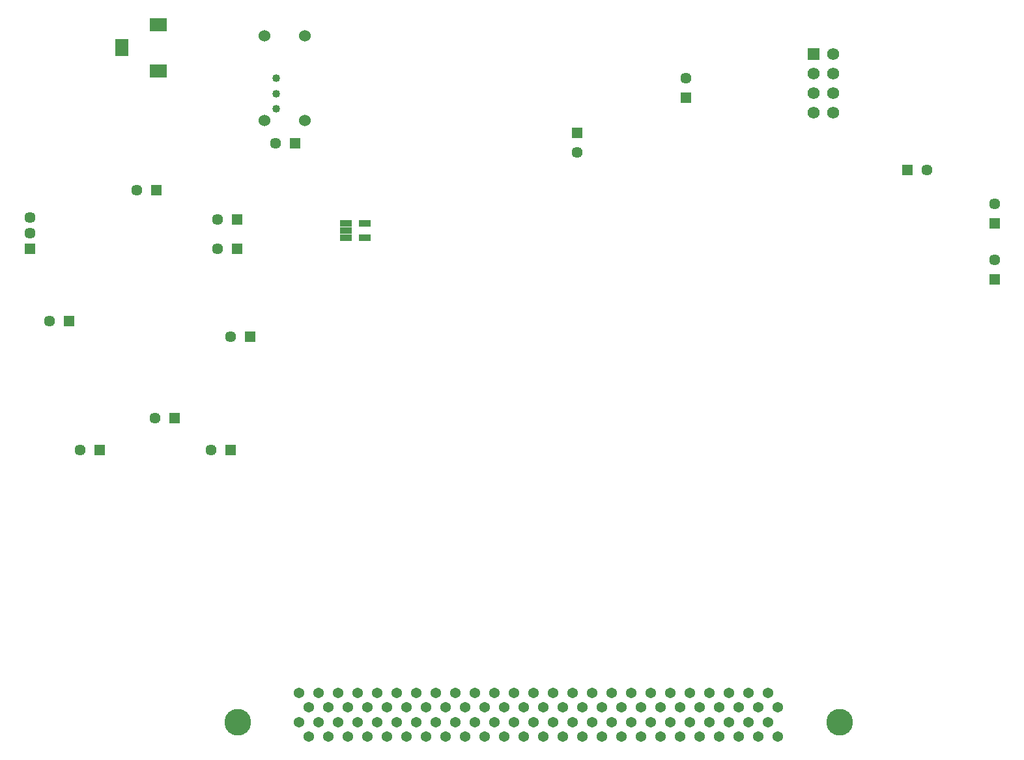
<source format=gbr>
%TF.GenerationSoftware,Altium Limited,Altium Designer,20.2.5 (213)*%
G04 Layer_Color=16711935*
%FSLAX26Y26*%
%MOIN*%
%TF.SameCoordinates,271AC680-9A3E-4A00-A3D7-6C105C8C782D*%
%TF.FilePolarity,Negative*%
%TF.FileFunction,Soldermask,Bot*%
%TF.Part,Single*%
G01*
G75*
%TA.AperFunction,ComponentPad*%
%ADD74C,0.053858*%
%ADD76R,0.061811X0.061811*%
%ADD77C,0.061811*%
%ADD81C,0.040000*%
%TA.AperFunction,SMDPad,CuDef*%
%ADD89R,0.059181X0.035559*%
%TA.AperFunction,ComponentPad*%
%ADD90R,0.056819X0.056819*%
%ADD91C,0.056819*%
%ADD92R,0.056819X0.056819*%
%ADD93R,0.067055X0.090677*%
%ADD94R,0.090677X0.067055*%
%ADD95C,0.136740*%
%ADD96C,0.057213*%
%ADD97R,0.057213X0.057213*%
%ADD98C,0.060000*%
D74*
X2697680Y1169292D02*
D03*
X2797680D02*
D03*
X2897680D02*
D03*
X2997680D02*
D03*
X3097680D02*
D03*
X3197680D02*
D03*
X3297680D02*
D03*
X3397680D02*
D03*
X3497680D02*
D03*
X3597680D02*
D03*
X3697680D02*
D03*
X3797680D02*
D03*
X3897680D02*
D03*
X3997680D02*
D03*
X4097680D02*
D03*
X4197680D02*
D03*
X4297680D02*
D03*
X4397680D02*
D03*
X4497680D02*
D03*
X4597680D02*
D03*
X4697680D02*
D03*
X4797680D02*
D03*
X4897680D02*
D03*
X4997680D02*
D03*
X5097680D02*
D03*
X2647680Y1244094D02*
D03*
X2747680D02*
D03*
X2847680D02*
D03*
X2947680D02*
D03*
X3047680D02*
D03*
X3147680D02*
D03*
X3247680D02*
D03*
X3347680D02*
D03*
X3447680D02*
D03*
X3547680D02*
D03*
X3647680D02*
D03*
X3747680D02*
D03*
X3847680D02*
D03*
X3947680D02*
D03*
X4047680D02*
D03*
X4147680D02*
D03*
X4247680D02*
D03*
X4347680D02*
D03*
X4447680D02*
D03*
X4547680D02*
D03*
X4647680D02*
D03*
X4747680D02*
D03*
X4847680D02*
D03*
X4947680D02*
D03*
X5047680D02*
D03*
X2697680Y1318898D02*
D03*
X2797680D02*
D03*
X2897680D02*
D03*
X2997680D02*
D03*
X3097680D02*
D03*
X3197680D02*
D03*
X3297680D02*
D03*
X3397680D02*
D03*
X3497680D02*
D03*
X3597680D02*
D03*
X3697680D02*
D03*
X3797680D02*
D03*
X3897680D02*
D03*
X3997680D02*
D03*
X4097680D02*
D03*
X4197680D02*
D03*
X4297680D02*
D03*
X4397680D02*
D03*
X4497680D02*
D03*
X4597680D02*
D03*
X4697680D02*
D03*
X4797680D02*
D03*
X4897680D02*
D03*
X4997680D02*
D03*
X5097680D02*
D03*
X2647680Y1393700D02*
D03*
X2747680D02*
D03*
X2847680D02*
D03*
X2947680D02*
D03*
X3047680D02*
D03*
X3147680D02*
D03*
X3247680D02*
D03*
X3347680D02*
D03*
X3447680D02*
D03*
X3547680D02*
D03*
X3647680D02*
D03*
X3747680D02*
D03*
X3847680D02*
D03*
X3947680D02*
D03*
X4047680D02*
D03*
X4147680D02*
D03*
X4247680D02*
D03*
X4347680D02*
D03*
X4447680D02*
D03*
X4547680D02*
D03*
X4647680D02*
D03*
X4747680D02*
D03*
X4847680D02*
D03*
X4947680D02*
D03*
X5047680D02*
D03*
D76*
X5279218Y4663514D02*
D03*
D77*
Y4563514D02*
D03*
Y4463514D02*
D03*
Y4363514D02*
D03*
X5379218Y4663514D02*
D03*
Y4563514D02*
D03*
Y4463514D02*
D03*
Y4363514D02*
D03*
D81*
X2530000Y4540000D02*
D03*
Y4461260D02*
D03*
Y4382520D02*
D03*
D89*
X2887756Y3722598D02*
D03*
Y3760000D02*
D03*
Y3797402D02*
D03*
X2982244D02*
D03*
Y3722598D02*
D03*
D90*
X2330000Y3665000D02*
D03*
X1915000Y3965000D02*
D03*
X1470000Y3295000D02*
D03*
X2395000Y3215000D02*
D03*
X2298000Y2635000D02*
D03*
X2010000Y2800000D02*
D03*
X1628000Y2635000D02*
D03*
X5760000Y4070000D02*
D03*
X2330000Y3815000D02*
D03*
X2625000Y4205000D02*
D03*
D91*
X2230000Y3665000D02*
D03*
X6205000Y3895000D02*
D03*
X1815000Y3965000D02*
D03*
X1370000Y3295000D02*
D03*
X4070000Y4160000D02*
D03*
X2295000Y3215000D02*
D03*
X2198000Y2635000D02*
D03*
X1910000Y2800000D02*
D03*
X1528000Y2635000D02*
D03*
X5860000Y4070000D02*
D03*
X2230000Y3815000D02*
D03*
X4625000Y4540000D02*
D03*
X6205000Y3610000D02*
D03*
X2525000Y4205000D02*
D03*
D92*
X6205000Y3795000D02*
D03*
X4070000Y4260000D02*
D03*
X4625000Y4440000D02*
D03*
X6205000Y3510000D02*
D03*
D93*
X1739960Y4695000D02*
D03*
D94*
X1925000Y4813110D02*
D03*
Y4576890D02*
D03*
D95*
X2332718Y1244094D02*
D03*
X5412640D02*
D03*
D96*
X1270000Y3746260D02*
D03*
Y3825000D02*
D03*
D97*
Y3667520D02*
D03*
D98*
X2677638Y4756536D02*
D03*
Y4323464D02*
D03*
X2468976Y4756536D02*
D03*
Y4323464D02*
D03*
%TF.MD5,b4974d662f9670157ef02b5b11fb12fe*%
M02*

</source>
